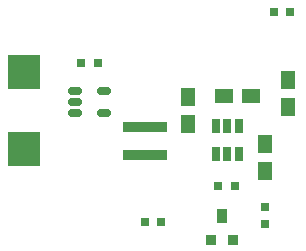
<source format=gbr>
%TF.GenerationSoftware,Altium Limited,Altium Designer,24.0.1 (36)*%
G04 Layer_Color=8421504*
%FSLAX45Y45*%
%MOMM*%
%TF.SameCoordinates,8CF4B923-E39E-4099-A09F-CB558B098684*%
%TF.FilePolarity,Positive*%
%TF.FileFunction,Paste,Top*%
%TF.Part,Single*%
G01*
G75*
%TA.AperFunction,SMDPad,CuDef*%
%ADD12R,0.91440X0.91440*%
%ADD13R,0.91440X1.27000*%
%ADD14R,3.70000X0.97000*%
G04:AMPARAMS|DCode=17|XSize=1.22mm|YSize=0.6mm|CornerRadius=0.15mm|HoleSize=0mm|Usage=FLASHONLY|Rotation=0.000|XOffset=0mm|YOffset=0mm|HoleType=Round|Shape=RoundedRectangle|*
%AMROUNDEDRECTD17*
21,1,1.22000,0.30000,0,0,0.0*
21,1,0.92000,0.60000,0,0,0.0*
1,1,0.30000,0.46000,-0.15000*
1,1,0.30000,-0.46000,-0.15000*
1,1,0.30000,-0.46000,0.15000*
1,1,0.30000,0.46000,0.15000*
%
%ADD17ROUNDEDRECTD17*%
%ADD18R,2.80000X3.00000*%
G04:AMPARAMS|DCode=60|XSize=0.722mm|YSize=0.722mm|CornerRadius=0.0181mm|HoleSize=0mm|Usage=FLASHONLY|Rotation=0.000|XOffset=0mm|YOffset=0mm|HoleType=Round|Shape=RoundedRectangle|*
%AMROUNDEDRECTD60*
21,1,0.72200,0.68580,0,0,0.0*
21,1,0.68580,0.72200,0,0,0.0*
1,1,0.03620,0.34290,-0.34290*
1,1,0.03620,-0.34290,-0.34290*
1,1,0.03620,-0.34290,0.34290*
1,1,0.03620,0.34290,0.34290*
%
%ADD60ROUNDEDRECTD60*%
G04:AMPARAMS|DCode=61|XSize=0.722mm|YSize=0.722mm|CornerRadius=0.0181mm|HoleSize=0mm|Usage=FLASHONLY|Rotation=90.000|XOffset=0mm|YOffset=0mm|HoleType=Round|Shape=RoundedRectangle|*
%AMROUNDEDRECTD61*
21,1,0.72200,0.68580,0,0,90.0*
21,1,0.68580,0.72200,0,0,90.0*
1,1,0.03620,0.34290,0.34290*
1,1,0.03620,0.34290,-0.34290*
1,1,0.03620,-0.34290,-0.34290*
1,1,0.03620,-0.34290,0.34290*
%
%ADD61ROUNDEDRECTD61*%
G04:AMPARAMS|DCode=62|XSize=0.66mm|YSize=1.26mm|CornerRadius=0.0325mm|HoleSize=0mm|Usage=FLASHONLY|Rotation=180.000|XOffset=0mm|YOffset=0mm|HoleType=Round|Shape=RoundedRectangle|*
%AMROUNDEDRECTD62*
21,1,0.66000,1.19500,0,0,180.0*
21,1,0.59500,1.26000,0,0,180.0*
1,1,0.06500,-0.29750,0.59750*
1,1,0.06500,0.29750,0.59750*
1,1,0.06500,0.29750,-0.59750*
1,1,0.06500,-0.29750,-0.59750*
%
%ADD62ROUNDEDRECTD62*%
G04:AMPARAMS|DCode=63|XSize=1.484mm|YSize=1.23mm|CornerRadius=0.07525mm|HoleSize=0mm|Usage=FLASHONLY|Rotation=90.000|XOffset=0mm|YOffset=0mm|HoleType=Round|Shape=RoundedRectangle|*
%AMROUNDEDRECTD63*
21,1,1.48400,1.07950,0,0,90.0*
21,1,1.33350,1.23000,0,0,90.0*
1,1,0.15050,0.53975,0.66675*
1,1,0.15050,0.53975,-0.66675*
1,1,0.15050,-0.53975,-0.66675*
1,1,0.15050,-0.53975,0.66675*
%
%ADD63ROUNDEDRECTD63*%
G04:AMPARAMS|DCode=64|XSize=1.484mm|YSize=1.23mm|CornerRadius=0.07525mm|HoleSize=0mm|Usage=FLASHONLY|Rotation=0.000|XOffset=0mm|YOffset=0mm|HoleType=Round|Shape=RoundedRectangle|*
%AMROUNDEDRECTD64*
21,1,1.48400,1.07950,0,0,0.0*
21,1,1.33350,1.23000,0,0,0.0*
1,1,0.15050,0.66675,-0.53975*
1,1,0.15050,-0.66675,-0.53975*
1,1,0.15050,-0.66675,0.53975*
1,1,0.15050,0.66675,0.53975*
%
%ADD64ROUNDEDRECTD64*%
D12*
X3302000Y406400D02*
D03*
X3492500D02*
D03*
D13*
X3398520Y609600D02*
D03*
D14*
X2743660Y1361001D02*
D03*
Y1125001D02*
D03*
D17*
X2399925Y1668201D02*
D03*
Y1478200D02*
D03*
X2150926D02*
D03*
Y1573201D02*
D03*
Y1668201D02*
D03*
D18*
X1720000Y1175000D02*
D03*
Y1825000D02*
D03*
D60*
X2743200Y558800D02*
D03*
X2882900D02*
D03*
X3364985Y863600D02*
D03*
X3504685D02*
D03*
X3837525Y2335201D02*
D03*
X3977225D02*
D03*
X2205575Y1903401D02*
D03*
X2345275D02*
D03*
D61*
X3759200Y679450D02*
D03*
Y539750D02*
D03*
D62*
X3348825Y1370001D02*
D03*
X3538825D02*
D03*
Y1130001D02*
D03*
X3443825D02*
D03*
X3348825D02*
D03*
X3443825Y1370001D02*
D03*
D63*
X3113625Y1611301D02*
D03*
Y1382701D02*
D03*
X3763791Y989001D02*
D03*
Y1217601D02*
D03*
X3956931Y1527506D02*
D03*
Y1756106D02*
D03*
D64*
X3418425Y1624001D02*
D03*
X3647025D02*
D03*
%TF.MD5,6b34a14a2b7bf6c94a7a55fcc76b5486*%
M02*

</source>
